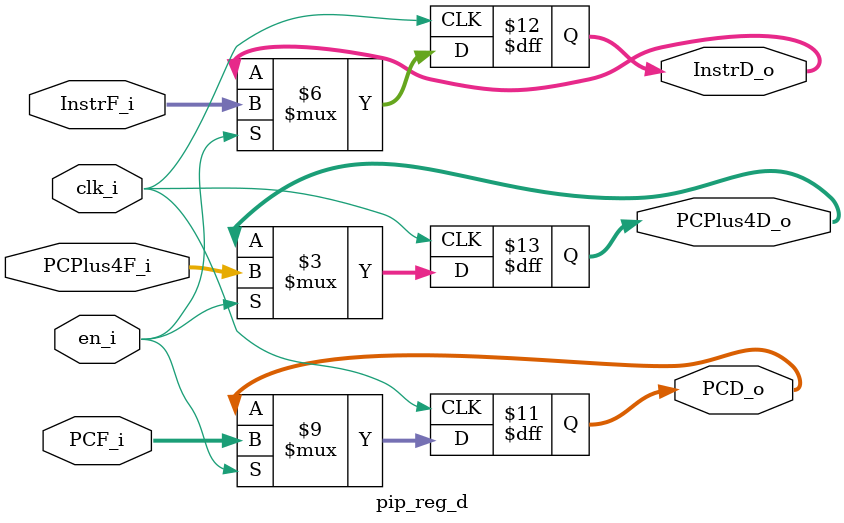
<source format=sv>
module pip_reg_d #(
    PC_WIDTH = 32,
    INSTRUCTION_WIDTH = 32
)(
    input   logic                           clk_i,
    input   logic                           en_i,
    input   logic [PC_WIDTH-1:0]            PCF_i, //Fetch
    output  logic [PC_WIDTH-1:0]            PCD_o, //Decode
    
    input   logic[INSTRUCTION_WIDTH-1:0]    InstrF_i, //Fetch
    output  logic[INSTRUCTION_WIDTH-1:0]    InstrD_o, //Decode

    input   logic [PC_WIDTH-1:0]            PCPlus4F_i, //Fetch
    output  logic [PC_WIDTH-1:0]            PCPlus4D_o  //Decode
);

always_ff @(posedge clk_i) begin
    if (en_i) begin
        PCD_o       <= PCF_i;
        InstrD_o    <= InstrF_i;
        PCPlus4D_o  <= PCPlus4F_i;
    end
    else begin//freeze
        PCD_o       <= PCD_o;
        InstrD_o    <= InstrD_o;
        PCPlus4D_o  <= PCPlus4D_o;
    end
end
endmodule

</source>
